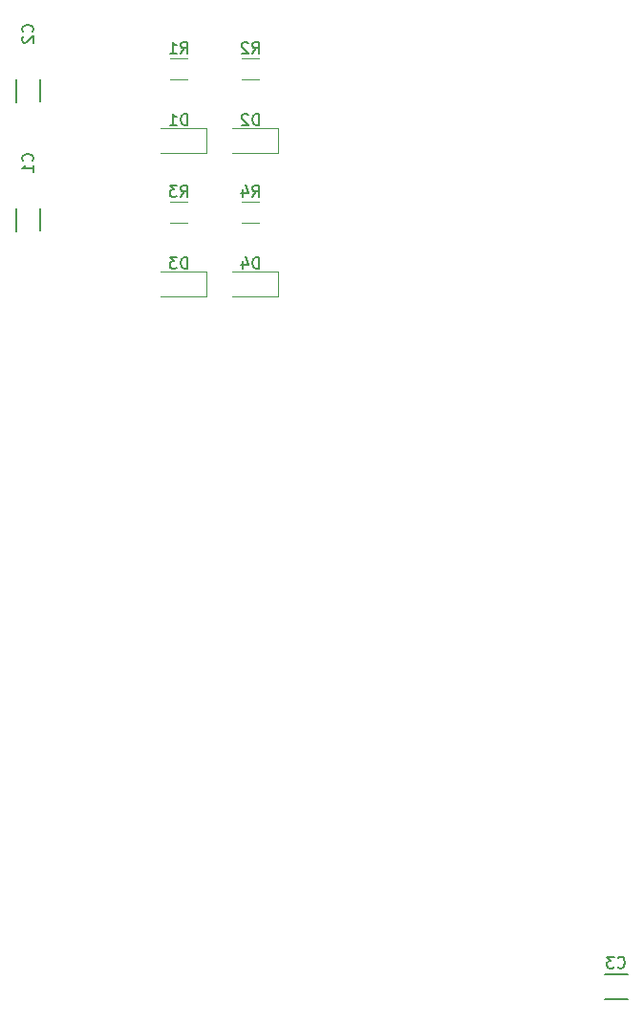
<source format=gbr>
%TF.GenerationSoftware,KiCad,Pcbnew,(6.0.4)*%
%TF.CreationDate,2023-07-24T12:38:11-04:00*%
%TF.ProjectId,BREAD_Slice,42524541-445f-4536-9c69-63652e6b6963,rev?*%
%TF.SameCoordinates,Original*%
%TF.FileFunction,Legend,Bot*%
%TF.FilePolarity,Positive*%
%FSLAX46Y46*%
G04 Gerber Fmt 4.6, Leading zero omitted, Abs format (unit mm)*
G04 Created by KiCad (PCBNEW (6.0.4)) date 2023-07-24 12:38:11*
%MOMM*%
%LPD*%
G01*
G04 APERTURE LIST*
%ADD10C,0.150000*%
%ADD11C,0.120000*%
G04 APERTURE END LIST*
D10*
%TO.C,C2*%
X126767142Y-50813333D02*
X126814761Y-50765714D01*
X126862380Y-50622857D01*
X126862380Y-50527619D01*
X126814761Y-50384761D01*
X126719523Y-50289523D01*
X126624285Y-50241904D01*
X126433809Y-50194285D01*
X126290952Y-50194285D01*
X126100476Y-50241904D01*
X126005238Y-50289523D01*
X125910000Y-50384761D01*
X125862380Y-50527619D01*
X125862380Y-50622857D01*
X125910000Y-50765714D01*
X125957619Y-50813333D01*
X125957619Y-51194285D02*
X125910000Y-51241904D01*
X125862380Y-51337142D01*
X125862380Y-51575238D01*
X125910000Y-51670476D01*
X125957619Y-51718095D01*
X126052857Y-51765714D01*
X126148095Y-51765714D01*
X126290952Y-51718095D01*
X126862380Y-51146666D01*
X126862380Y-51765714D01*
%TO.C,C1*%
X126767142Y-62243333D02*
X126814761Y-62195714D01*
X126862380Y-62052857D01*
X126862380Y-61957619D01*
X126814761Y-61814761D01*
X126719523Y-61719523D01*
X126624285Y-61671904D01*
X126433809Y-61624285D01*
X126290952Y-61624285D01*
X126100476Y-61671904D01*
X126005238Y-61719523D01*
X125910000Y-61814761D01*
X125862380Y-61957619D01*
X125862380Y-62052857D01*
X125910000Y-62195714D01*
X125957619Y-62243333D01*
X126862380Y-63195714D02*
X126862380Y-62624285D01*
X126862380Y-62910000D02*
X125862380Y-62910000D01*
X126005238Y-62814761D01*
X126100476Y-62719523D01*
X126148095Y-62624285D01*
%TO.C,D1*%
X140483095Y-59057380D02*
X140483095Y-58057380D01*
X140245000Y-58057380D01*
X140102142Y-58105000D01*
X140006904Y-58200238D01*
X139959285Y-58295476D01*
X139911666Y-58485952D01*
X139911666Y-58628809D01*
X139959285Y-58819285D01*
X140006904Y-58914523D01*
X140102142Y-59009761D01*
X140245000Y-59057380D01*
X140483095Y-59057380D01*
X138959285Y-59057380D02*
X139530714Y-59057380D01*
X139245000Y-59057380D02*
X139245000Y-58057380D01*
X139340238Y-58200238D01*
X139435476Y-58295476D01*
X139530714Y-58343095D01*
%TO.C,D2*%
X146833095Y-59057380D02*
X146833095Y-58057380D01*
X146595000Y-58057380D01*
X146452142Y-58105000D01*
X146356904Y-58200238D01*
X146309285Y-58295476D01*
X146261666Y-58485952D01*
X146261666Y-58628809D01*
X146309285Y-58819285D01*
X146356904Y-58914523D01*
X146452142Y-59009761D01*
X146595000Y-59057380D01*
X146833095Y-59057380D01*
X145880714Y-58152619D02*
X145833095Y-58105000D01*
X145737857Y-58057380D01*
X145499761Y-58057380D01*
X145404523Y-58105000D01*
X145356904Y-58152619D01*
X145309285Y-58247857D01*
X145309285Y-58343095D01*
X145356904Y-58485952D01*
X145928333Y-59057380D01*
X145309285Y-59057380D01*
%TO.C,D3*%
X140483095Y-71757380D02*
X140483095Y-70757380D01*
X140245000Y-70757380D01*
X140102142Y-70805000D01*
X140006904Y-70900238D01*
X139959285Y-70995476D01*
X139911666Y-71185952D01*
X139911666Y-71328809D01*
X139959285Y-71519285D01*
X140006904Y-71614523D01*
X140102142Y-71709761D01*
X140245000Y-71757380D01*
X140483095Y-71757380D01*
X139578333Y-70757380D02*
X138959285Y-70757380D01*
X139292619Y-71138333D01*
X139149761Y-71138333D01*
X139054523Y-71185952D01*
X139006904Y-71233571D01*
X138959285Y-71328809D01*
X138959285Y-71566904D01*
X139006904Y-71662142D01*
X139054523Y-71709761D01*
X139149761Y-71757380D01*
X139435476Y-71757380D01*
X139530714Y-71709761D01*
X139578333Y-71662142D01*
%TO.C,D4*%
X146833095Y-71757380D02*
X146833095Y-70757380D01*
X146595000Y-70757380D01*
X146452142Y-70805000D01*
X146356904Y-70900238D01*
X146309285Y-70995476D01*
X146261666Y-71185952D01*
X146261666Y-71328809D01*
X146309285Y-71519285D01*
X146356904Y-71614523D01*
X146452142Y-71709761D01*
X146595000Y-71757380D01*
X146833095Y-71757380D01*
X145404523Y-71090714D02*
X145404523Y-71757380D01*
X145642619Y-70709761D02*
X145880714Y-71424047D01*
X145261666Y-71424047D01*
%TO.C,R1*%
X139911666Y-52707380D02*
X140245000Y-52231190D01*
X140483095Y-52707380D02*
X140483095Y-51707380D01*
X140102142Y-51707380D01*
X140006904Y-51755000D01*
X139959285Y-51802619D01*
X139911666Y-51897857D01*
X139911666Y-52040714D01*
X139959285Y-52135952D01*
X140006904Y-52183571D01*
X140102142Y-52231190D01*
X140483095Y-52231190D01*
X138959285Y-52707380D02*
X139530714Y-52707380D01*
X139245000Y-52707380D02*
X139245000Y-51707380D01*
X139340238Y-51850238D01*
X139435476Y-51945476D01*
X139530714Y-51993095D01*
%TO.C,R2*%
X146261666Y-52707380D02*
X146595000Y-52231190D01*
X146833095Y-52707380D02*
X146833095Y-51707380D01*
X146452142Y-51707380D01*
X146356904Y-51755000D01*
X146309285Y-51802619D01*
X146261666Y-51897857D01*
X146261666Y-52040714D01*
X146309285Y-52135952D01*
X146356904Y-52183571D01*
X146452142Y-52231190D01*
X146833095Y-52231190D01*
X145880714Y-51802619D02*
X145833095Y-51755000D01*
X145737857Y-51707380D01*
X145499761Y-51707380D01*
X145404523Y-51755000D01*
X145356904Y-51802619D01*
X145309285Y-51897857D01*
X145309285Y-51993095D01*
X145356904Y-52135952D01*
X145928333Y-52707380D01*
X145309285Y-52707380D01*
%TO.C,R3*%
X139911666Y-65407380D02*
X140245000Y-64931190D01*
X140483095Y-65407380D02*
X140483095Y-64407380D01*
X140102142Y-64407380D01*
X140006904Y-64455000D01*
X139959285Y-64502619D01*
X139911666Y-64597857D01*
X139911666Y-64740714D01*
X139959285Y-64835952D01*
X140006904Y-64883571D01*
X140102142Y-64931190D01*
X140483095Y-64931190D01*
X139578333Y-64407380D02*
X138959285Y-64407380D01*
X139292619Y-64788333D01*
X139149761Y-64788333D01*
X139054523Y-64835952D01*
X139006904Y-64883571D01*
X138959285Y-64978809D01*
X138959285Y-65216904D01*
X139006904Y-65312142D01*
X139054523Y-65359761D01*
X139149761Y-65407380D01*
X139435476Y-65407380D01*
X139530714Y-65359761D01*
X139578333Y-65312142D01*
%TO.C,R4*%
X146261666Y-65407380D02*
X146595000Y-64931190D01*
X146833095Y-65407380D02*
X146833095Y-64407380D01*
X146452142Y-64407380D01*
X146356904Y-64455000D01*
X146309285Y-64502619D01*
X146261666Y-64597857D01*
X146261666Y-64740714D01*
X146309285Y-64835952D01*
X146356904Y-64883571D01*
X146452142Y-64931190D01*
X146833095Y-64931190D01*
X145404523Y-64740714D02*
X145404523Y-65407380D01*
X145642619Y-64359761D02*
X145880714Y-65074047D01*
X145261666Y-65074047D01*
%TO.C,C3*%
X178646666Y-133612142D02*
X178694285Y-133659761D01*
X178837142Y-133707380D01*
X178932380Y-133707380D01*
X179075238Y-133659761D01*
X179170476Y-133564523D01*
X179218095Y-133469285D01*
X179265714Y-133278809D01*
X179265714Y-133135952D01*
X179218095Y-132945476D01*
X179170476Y-132850238D01*
X179075238Y-132755000D01*
X178932380Y-132707380D01*
X178837142Y-132707380D01*
X178694285Y-132755000D01*
X178646666Y-132802619D01*
X178313333Y-132707380D02*
X177694285Y-132707380D01*
X178027619Y-133088333D01*
X177884761Y-133088333D01*
X177789523Y-133135952D01*
X177741904Y-133183571D01*
X177694285Y-133278809D01*
X177694285Y-133516904D01*
X177741904Y-133612142D01*
X177789523Y-133659761D01*
X177884761Y-133707380D01*
X178170476Y-133707380D01*
X178265714Y-133659761D01*
X178313333Y-133612142D01*
%TO.C,C2*%
X127480000Y-54980000D02*
X127480000Y-56990000D01*
X125340000Y-55010000D02*
X125340000Y-57020000D01*
%TO.C,C1*%
X127480000Y-66410000D02*
X127480000Y-68420000D01*
X125340000Y-66440000D02*
X125340000Y-68450000D01*
D11*
%TO.C,D1*%
X142205000Y-61560000D02*
X138145000Y-61560000D01*
X142205000Y-59290000D02*
X142205000Y-61560000D01*
X138145000Y-59290000D02*
X142205000Y-59290000D01*
%TO.C,D2*%
X148555000Y-61560000D02*
X144495000Y-61560000D01*
X148555000Y-59290000D02*
X148555000Y-61560000D01*
X144495000Y-59290000D02*
X148555000Y-59290000D01*
%TO.C,D3*%
X142205000Y-74260000D02*
X138145000Y-74260000D01*
X142205000Y-71990000D02*
X142205000Y-74260000D01*
X138145000Y-71990000D02*
X142205000Y-71990000D01*
%TO.C,D4*%
X148555000Y-74260000D02*
X144495000Y-74260000D01*
X148555000Y-71990000D02*
X148555000Y-74260000D01*
X144495000Y-71990000D02*
X148555000Y-71990000D01*
%TO.C,R1*%
X140472064Y-53165000D02*
X139017936Y-53165000D01*
X140472064Y-54985000D02*
X139017936Y-54985000D01*
%TO.C,R2*%
X146822064Y-53165000D02*
X145367936Y-53165000D01*
X146822064Y-54985000D02*
X145367936Y-54985000D01*
%TO.C,R3*%
X140472064Y-67685000D02*
X139017936Y-67685000D01*
X140472064Y-65865000D02*
X139017936Y-65865000D01*
%TO.C,R4*%
X146822064Y-67685000D02*
X145367936Y-67685000D01*
X146822064Y-65865000D02*
X145367936Y-65865000D01*
D10*
%TO.C,C3*%
X177480000Y-134285000D02*
X179490000Y-134285000D01*
X177510000Y-136425000D02*
X179520000Y-136425000D01*
%TD*%
M02*

</source>
